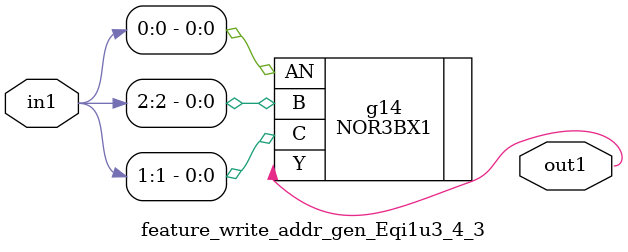
<source format=v>
`timescale 1ps / 1ps


module feature_write_addr_gen_Eqi1u3_4_3(in1, out1);
  input [2:0] in1;
  output out1;
  wire [2:0] in1;
  wire out1;
  NOR3BX1 g14(.AN (in1[0]), .B (in1[2]), .C (in1[1]), .Y (out1));
endmodule



</source>
